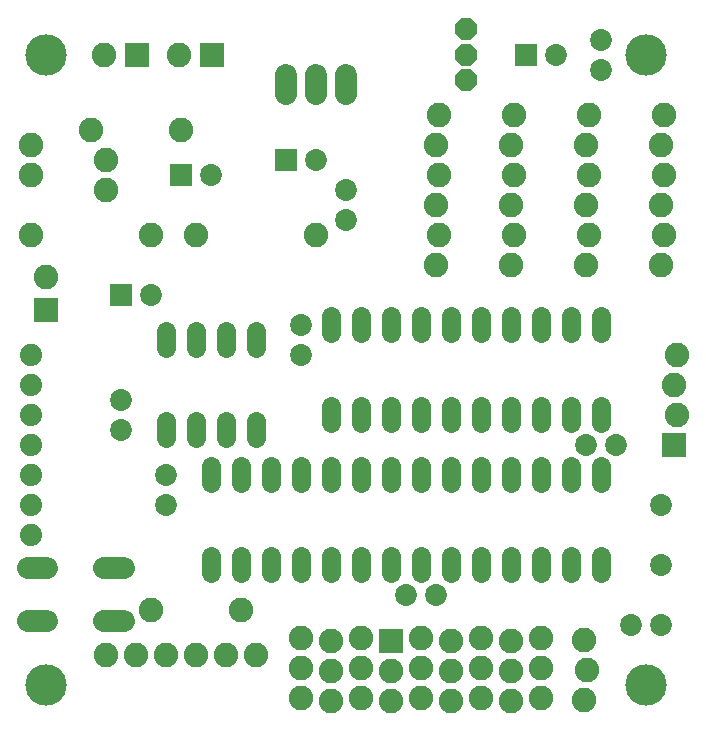
<source format=gts>
G75*
G70*
%OFA0B0*%
%FSLAX24Y24*%
%IPPOS*%
%LPD*%
%AMOC8*
5,1,8,0,0,1.08239X$1,22.5*
%
%ADD10C,0.0720*%
%ADD11R,0.0730X0.0730*%
%ADD12C,0.0730*%
%ADD13C,0.0820*%
%ADD14R,0.0820X0.0820*%
%ADD15OC8,0.0740*%
%ADD16C,0.0640*%
%ADD17C,0.1380*%
%ADD18C,0.0740*%
D10*
X002059Y004265D02*
X002699Y004265D01*
X002699Y006045D02*
X002059Y006045D01*
X004619Y006045D02*
X005259Y006045D01*
X005259Y004265D02*
X004619Y004265D01*
X010659Y021835D02*
X010659Y022475D01*
X011659Y022475D02*
X011659Y021835D01*
X012659Y021835D02*
X012659Y022475D01*
D11*
X010659Y019655D03*
X007159Y019155D03*
X005159Y015155D03*
X018659Y023155D03*
D12*
X019659Y023155D03*
X021159Y022655D03*
X021159Y023655D03*
X012659Y018655D03*
X012659Y017655D03*
X011659Y019655D03*
X008159Y019155D03*
X006159Y015155D03*
X005159Y011655D03*
X005159Y010655D03*
X006659Y009155D03*
X006659Y008155D03*
X011159Y013155D03*
X011159Y014155D03*
X014659Y005155D03*
X015659Y005155D03*
X020659Y010155D03*
X021659Y010155D03*
X023159Y008155D03*
X023159Y006155D03*
X023159Y004155D03*
X022159Y004155D03*
D13*
X020609Y003655D03*
X020709Y002655D03*
X020609Y001655D03*
X019159Y001705D03*
X018159Y001605D03*
X018159Y002605D03*
X018159Y003605D03*
X019159Y003705D03*
X019159Y002705D03*
X017159Y002705D03*
X017159Y001705D03*
X016159Y001605D03*
X016159Y002605D03*
X016159Y003605D03*
X015159Y003705D03*
X015159Y002705D03*
X015159Y001705D03*
X014159Y001605D03*
X014159Y002605D03*
X013159Y002705D03*
X013159Y001705D03*
X012159Y001605D03*
X012159Y002605D03*
X012159Y003605D03*
X011159Y003705D03*
X011159Y002705D03*
X011159Y001705D03*
X009659Y003155D03*
X008659Y003155D03*
X007659Y003155D03*
X006659Y003155D03*
X005659Y003155D03*
X004659Y003155D03*
X006159Y004655D03*
X009159Y004655D03*
X013159Y003705D03*
X017159Y003705D03*
X023709Y011155D03*
X023609Y012155D03*
X023709Y013155D03*
X023159Y016155D03*
X023259Y017155D03*
X023159Y018155D03*
X023259Y019155D03*
X023159Y020155D03*
X023259Y021155D03*
X020759Y021155D03*
X020659Y020155D03*
X020759Y019155D03*
X020659Y018155D03*
X020759Y017155D03*
X020659Y016155D03*
X018159Y016155D03*
X018259Y017155D03*
X018159Y018155D03*
X018259Y019155D03*
X018159Y020155D03*
X018259Y021155D03*
X015759Y021155D03*
X015659Y020155D03*
X015759Y019155D03*
X015659Y018155D03*
X015759Y017155D03*
X015659Y016155D03*
X011659Y017155D03*
X007659Y017155D03*
X006159Y017155D03*
X004659Y018655D03*
X004659Y019655D03*
X004159Y020655D03*
X002159Y020155D03*
X002159Y019155D03*
X002159Y017155D03*
X002659Y015755D03*
X007159Y020655D03*
X007109Y023155D03*
X004609Y023155D03*
D14*
X005709Y023155D03*
X008209Y023155D03*
X002659Y014655D03*
X014159Y003605D03*
X023609Y010155D03*
D15*
X016659Y022305D03*
X016659Y023155D03*
X016659Y024005D03*
D16*
X016159Y014435D02*
X016159Y013875D01*
X015159Y013875D02*
X015159Y014435D01*
X014159Y014435D02*
X014159Y013875D01*
X013159Y013875D02*
X013159Y014435D01*
X012159Y014435D02*
X012159Y013875D01*
X012159Y011435D02*
X012159Y010875D01*
X013159Y010875D02*
X013159Y011435D01*
X014159Y011435D02*
X014159Y010875D01*
X015159Y010875D02*
X015159Y011435D01*
X016159Y011435D02*
X016159Y010875D01*
X017159Y010875D02*
X017159Y011435D01*
X018159Y011435D02*
X018159Y010875D01*
X019159Y010875D02*
X019159Y011435D01*
X020159Y011435D02*
X020159Y010875D01*
X021159Y010875D02*
X021159Y011435D01*
X021159Y009435D02*
X021159Y008875D01*
X020159Y008875D02*
X020159Y009435D01*
X019159Y009435D02*
X019159Y008875D01*
X018159Y008875D02*
X018159Y009435D01*
X017159Y009435D02*
X017159Y008875D01*
X016159Y008875D02*
X016159Y009435D01*
X015159Y009435D02*
X015159Y008875D01*
X014159Y008875D02*
X014159Y009435D01*
X013159Y009435D02*
X013159Y008875D01*
X012159Y008875D02*
X012159Y009435D01*
X011159Y009435D02*
X011159Y008875D01*
X010159Y008875D02*
X010159Y009435D01*
X009159Y009435D02*
X009159Y008875D01*
X008159Y008875D02*
X008159Y009435D01*
X007659Y010375D02*
X007659Y010935D01*
X006659Y010935D02*
X006659Y010375D01*
X008659Y010375D02*
X008659Y010935D01*
X009659Y010935D02*
X009659Y010375D01*
X009659Y013375D02*
X009659Y013935D01*
X008659Y013935D02*
X008659Y013375D01*
X007659Y013375D02*
X007659Y013935D01*
X006659Y013935D02*
X006659Y013375D01*
X008159Y006435D02*
X008159Y005875D01*
X009159Y005875D02*
X009159Y006435D01*
X010159Y006435D02*
X010159Y005875D01*
X011159Y005875D02*
X011159Y006435D01*
X012159Y006435D02*
X012159Y005875D01*
X013159Y005875D02*
X013159Y006435D01*
X014159Y006435D02*
X014159Y005875D01*
X015159Y005875D02*
X015159Y006435D01*
X016159Y006435D02*
X016159Y005875D01*
X017159Y005875D02*
X017159Y006435D01*
X018159Y006435D02*
X018159Y005875D01*
X019159Y005875D02*
X019159Y006435D01*
X020159Y006435D02*
X020159Y005875D01*
X021159Y005875D02*
X021159Y006435D01*
X021159Y013875D02*
X021159Y014435D01*
X020159Y014435D02*
X020159Y013875D01*
X019159Y013875D02*
X019159Y014435D01*
X018159Y014435D02*
X018159Y013875D01*
X017159Y013875D02*
X017159Y014435D01*
D17*
X002659Y002155D03*
X022659Y002155D03*
X022659Y023155D03*
X002659Y023155D03*
D18*
X002159Y013155D03*
X002159Y012155D03*
X002159Y011155D03*
X002159Y010155D03*
X002159Y009155D03*
X002159Y008155D03*
X002159Y007155D03*
M02*

</source>
